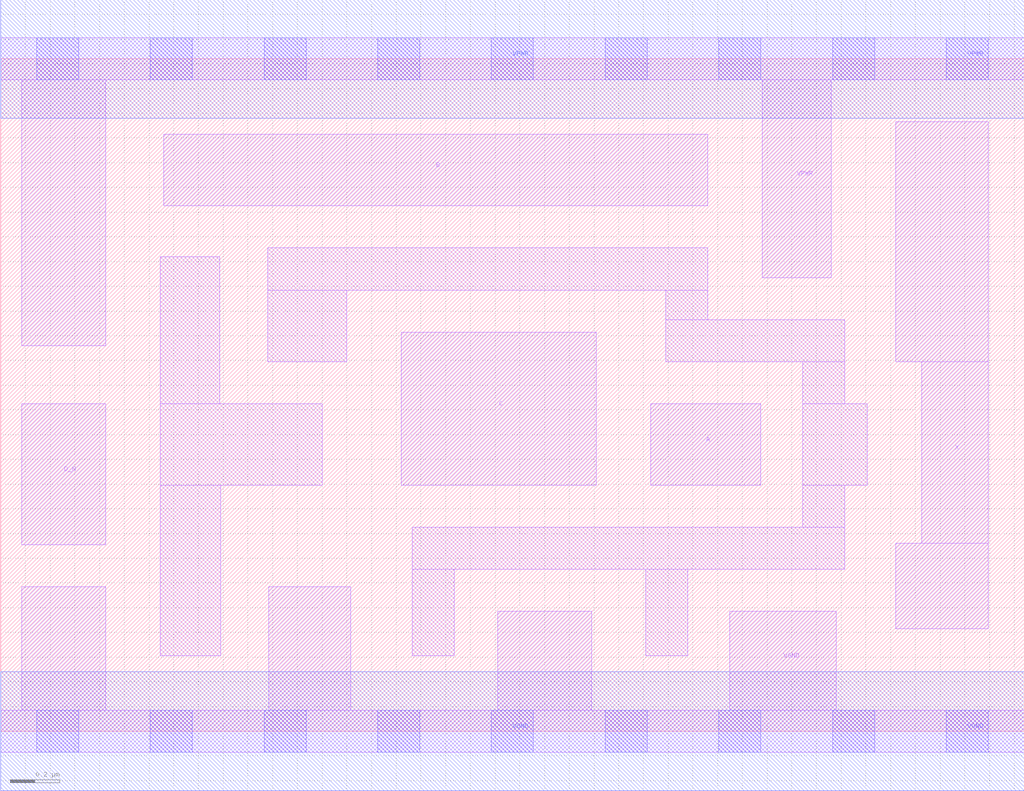
<source format=lef>
# Copyright 2020 The SkyWater PDK Authors
#
# Licensed under the Apache License, Version 2.0 (the "License");
# you may not use this file except in compliance with the License.
# You may obtain a copy of the License at
#
#     https://www.apache.org/licenses/LICENSE-2.0
#
# Unless required by applicable law or agreed to in writing, software
# distributed under the License is distributed on an "AS IS" BASIS,
# WITHOUT WARRANTIES OR CONDITIONS OF ANY KIND, either express or implied.
# See the License for the specific language governing permissions and
# limitations under the License.
#
# SPDX-License-Identifier: Apache-2.0

VERSION 5.7 ;
  NAMESCASESENSITIVE ON ;
  NOWIREEXTENSIONATPIN ON ;
  DIVIDERCHAR "/" ;
  BUSBITCHARS "[]" ;
UNITS
  DATABASE MICRONS 200 ;
END UNITS
PROPERTYDEFINITIONS
  MACRO maskLayoutSubType STRING ;
  MACRO prCellType STRING ;
  MACRO originalViewName STRING ;
END PROPERTYDEFINITIONS
MACRO sky130_fd_sc_hdll__or4b_1
  CLASS CORE ;
  FOREIGN sky130_fd_sc_hdll__or4b_1 ;
  ORIGIN  0.000000  0.000000 ;
  SIZE  4.140000 BY  2.720000 ;
  SYMMETRY X Y R90 ;
  SITE unithd ;
  PIN A
    ANTENNAGATEAREA  0.138600 ;
    DIRECTION INPUT ;
    USE SIGNAL ;
    PORT
      LAYER li1 ;
        RECT 2.630000 0.995000 3.075000 1.325000 ;
    END
  END A
  PIN B
    ANTENNAGATEAREA  0.138600 ;
    DIRECTION INPUT ;
    USE SIGNAL ;
    PORT
      LAYER li1 ;
        RECT 0.660000 2.125000 2.860000 2.415000 ;
    END
  END B
  PIN C
    ANTENNAGATEAREA  0.138600 ;
    DIRECTION INPUT ;
    USE SIGNAL ;
    PORT
      LAYER li1 ;
        RECT 1.620000 0.995000 2.410000 1.615000 ;
    END
  END C
  PIN D_N
    ANTENNAGATEAREA  0.138600 ;
    DIRECTION INPUT ;
    USE SIGNAL ;
    PORT
      LAYER li1 ;
        RECT 0.085000 0.755000 0.425000 1.325000 ;
    END
  END D_N
  PIN VGND
    ANTENNADIFFAREA  0.618450 ;
    DIRECTION INOUT ;
    USE SIGNAL ;
    PORT
      LAYER li1 ;
        RECT 0.000000 -0.085000 4.140000 0.085000 ;
        RECT 0.085000  0.085000 0.425000 0.585000 ;
        RECT 1.085000  0.085000 1.415000 0.585000 ;
        RECT 2.010000  0.085000 2.390000 0.485000 ;
        RECT 2.950000  0.085000 3.380000 0.485000 ;
      LAYER mcon ;
        RECT 0.145000 -0.085000 0.315000 0.085000 ;
        RECT 0.605000 -0.085000 0.775000 0.085000 ;
        RECT 1.065000 -0.085000 1.235000 0.085000 ;
        RECT 1.525000 -0.085000 1.695000 0.085000 ;
        RECT 1.985000 -0.085000 2.155000 0.085000 ;
        RECT 2.445000 -0.085000 2.615000 0.085000 ;
        RECT 2.905000 -0.085000 3.075000 0.085000 ;
        RECT 3.365000 -0.085000 3.535000 0.085000 ;
        RECT 3.825000 -0.085000 3.995000 0.085000 ;
      LAYER met1 ;
        RECT 0.000000 -0.240000 4.140000 0.240000 ;
    END
  END VGND
  PIN VPWR
    ANTENNADIFFAREA  0.424100 ;
    DIRECTION INOUT ;
    USE SIGNAL ;
    PORT
      LAYER li1 ;
        RECT 0.000000 2.635000 4.140000 2.805000 ;
        RECT 0.085000 1.560000 0.425000 2.635000 ;
        RECT 3.080000 1.835000 3.360000 2.635000 ;
      LAYER mcon ;
        RECT 0.145000 2.635000 0.315000 2.805000 ;
        RECT 0.605000 2.635000 0.775000 2.805000 ;
        RECT 1.065000 2.635000 1.235000 2.805000 ;
        RECT 1.525000 2.635000 1.695000 2.805000 ;
        RECT 1.985000 2.635000 2.155000 2.805000 ;
        RECT 2.445000 2.635000 2.615000 2.805000 ;
        RECT 2.905000 2.635000 3.075000 2.805000 ;
        RECT 3.365000 2.635000 3.535000 2.805000 ;
        RECT 3.825000 2.635000 3.995000 2.805000 ;
      LAYER met1 ;
        RECT 0.000000 2.480000 4.140000 2.960000 ;
    END
  END VPWR
  PIN X
    ANTENNADIFFAREA  0.463750 ;
    DIRECTION OUTPUT ;
    USE SIGNAL ;
    PORT
      LAYER li1 ;
        RECT 3.620000 0.415000 3.995000 0.760000 ;
        RECT 3.620000 1.495000 3.995000 2.465000 ;
        RECT 3.725000 0.760000 3.995000 1.495000 ;
    END
  END X
  OBS
    LAYER li1 ;
      RECT 0.645000 0.305000 0.890000 0.995000 ;
      RECT 0.645000 0.995000 1.300000 1.325000 ;
      RECT 0.645000 1.325000 0.885000 1.920000 ;
      RECT 1.080000 1.495000 1.400000 1.785000 ;
      RECT 1.080000 1.785000 2.860000 1.955000 ;
      RECT 1.665000 0.305000 1.835000 0.655000 ;
      RECT 1.665000 0.655000 3.415000 0.825000 ;
      RECT 2.610000 0.305000 2.780000 0.655000 ;
      RECT 2.690000 1.495000 3.415000 1.665000 ;
      RECT 2.690000 1.665000 2.860000 1.785000 ;
      RECT 3.245000 0.825000 3.415000 0.995000 ;
      RECT 3.245000 0.995000 3.505000 1.325000 ;
      RECT 3.245000 1.325000 3.415000 1.495000 ;
  END
  PROPERTY maskLayoutSubType "abstract" ;
  PROPERTY prCellType "standard" ;
  PROPERTY originalViewName "layout" ;
END sky130_fd_sc_hdll__or4b_1

</source>
